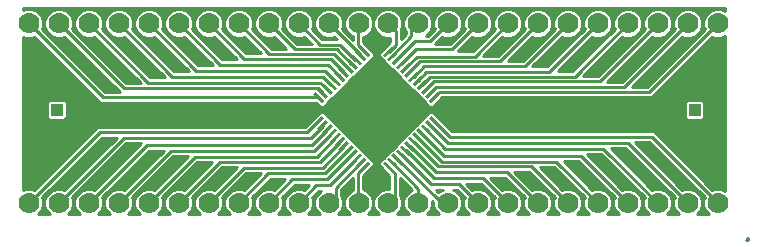
<source format=gtl>
G75*
%MOIN*%
%OFA0B0*%
%FSLAX24Y24*%
%IPPOS*%
%LPD*%
%AMOC8*
5,1,8,0,0,1.08239X$1,22.5*
%
%ADD10R,0.0110X0.0410*%
%ADD11C,0.0700*%
%ADD12C,0.0100*%
%ADD13R,0.0396X0.0396*%
D10*
G36*
X010840Y003652D02*
X010763Y003729D01*
X011052Y004018D01*
X011129Y003941D01*
X010840Y003652D01*
G37*
G36*
X010981Y003510D02*
X010904Y003587D01*
X011193Y003876D01*
X011270Y003799D01*
X010981Y003510D01*
G37*
G36*
X011115Y003376D02*
X011038Y003453D01*
X011327Y003742D01*
X011404Y003665D01*
X011115Y003376D01*
G37*
G36*
X011257Y003235D02*
X011180Y003312D01*
X011469Y003601D01*
X011546Y003524D01*
X011257Y003235D01*
G37*
G36*
X011398Y003093D02*
X011321Y003170D01*
X011610Y003459D01*
X011687Y003382D01*
X011398Y003093D01*
G37*
G36*
X011540Y002952D02*
X011463Y003029D01*
X011752Y003318D01*
X011829Y003241D01*
X011540Y002952D01*
G37*
G36*
X011674Y002817D02*
X011597Y002894D01*
X011886Y003183D01*
X011963Y003106D01*
X011674Y002817D01*
G37*
G36*
X011815Y002676D02*
X011738Y002753D01*
X012027Y003042D01*
X012104Y002965D01*
X011815Y002676D01*
G37*
G36*
X011957Y002534D02*
X011880Y002611D01*
X012169Y002900D01*
X012246Y002823D01*
X011957Y002534D01*
G37*
G36*
X012091Y002400D02*
X012014Y002477D01*
X012303Y002766D01*
X012380Y002689D01*
X012091Y002400D01*
G37*
G36*
X012806Y002689D02*
X012883Y002766D01*
X013172Y002477D01*
X013095Y002400D01*
X012806Y002689D01*
G37*
G36*
X012940Y002823D02*
X013017Y002900D01*
X013306Y002611D01*
X013229Y002534D01*
X012940Y002823D01*
G37*
G36*
X013082Y002965D02*
X013159Y003042D01*
X013448Y002753D01*
X013371Y002676D01*
X013082Y002965D01*
G37*
G36*
X013223Y003106D02*
X013300Y003183D01*
X013589Y002894D01*
X013512Y002817D01*
X013223Y003106D01*
G37*
G36*
X013358Y003241D02*
X013435Y003318D01*
X013724Y003029D01*
X013647Y002952D01*
X013358Y003241D01*
G37*
G36*
X013499Y003382D02*
X013576Y003459D01*
X013865Y003170D01*
X013788Y003093D01*
X013499Y003382D01*
G37*
G36*
X013640Y003524D02*
X013717Y003601D01*
X014006Y003312D01*
X013929Y003235D01*
X013640Y003524D01*
G37*
G36*
X013782Y003665D02*
X013859Y003742D01*
X014148Y003453D01*
X014071Y003376D01*
X013782Y003665D01*
G37*
G36*
X013916Y003799D02*
X013993Y003876D01*
X014282Y003587D01*
X014205Y003510D01*
X013916Y003799D01*
G37*
G36*
X014058Y003941D02*
X014135Y004018D01*
X014424Y003729D01*
X014347Y003652D01*
X014058Y003941D01*
G37*
G36*
X014199Y004082D02*
X014276Y004159D01*
X014565Y003870D01*
X014488Y003793D01*
X014199Y004082D01*
G37*
G36*
X014333Y004216D02*
X014410Y004293D01*
X014699Y004004D01*
X014622Y003927D01*
X014333Y004216D01*
G37*
G36*
X014410Y004719D02*
X014333Y004796D01*
X014622Y005085D01*
X014699Y005008D01*
X014410Y004719D01*
G37*
G36*
X014276Y004854D02*
X014199Y004931D01*
X014488Y005220D01*
X014565Y005143D01*
X014276Y004854D01*
G37*
G36*
X014135Y004995D02*
X014058Y005072D01*
X014347Y005361D01*
X014424Y005284D01*
X014135Y004995D01*
G37*
G36*
X013993Y005137D02*
X013916Y005214D01*
X014205Y005503D01*
X014282Y005426D01*
X013993Y005137D01*
G37*
G36*
X013859Y005271D02*
X013782Y005348D01*
X014071Y005637D01*
X014148Y005560D01*
X013859Y005271D01*
G37*
G36*
X013717Y005412D02*
X013640Y005489D01*
X013929Y005778D01*
X014006Y005701D01*
X013717Y005412D01*
G37*
G36*
X013576Y005554D02*
X013499Y005631D01*
X013788Y005920D01*
X013865Y005843D01*
X013576Y005554D01*
G37*
G36*
X013435Y005695D02*
X013358Y005772D01*
X013647Y006061D01*
X013724Y005984D01*
X013435Y005695D01*
G37*
G36*
X013300Y005830D02*
X013223Y005907D01*
X013512Y006196D01*
X013589Y006119D01*
X013300Y005830D01*
G37*
G36*
X013159Y005971D02*
X013082Y006048D01*
X013371Y006337D01*
X013448Y006260D01*
X013159Y005971D01*
G37*
G36*
X013017Y006112D02*
X012940Y006189D01*
X013229Y006478D01*
X013306Y006401D01*
X013017Y006112D01*
G37*
G36*
X011880Y006401D02*
X011957Y006478D01*
X012246Y006189D01*
X012169Y006112D01*
X011880Y006401D01*
G37*
G36*
X012014Y006536D02*
X012091Y006613D01*
X012380Y006324D01*
X012303Y006247D01*
X012014Y006536D01*
G37*
G36*
X011738Y006260D02*
X011815Y006337D01*
X012104Y006048D01*
X012027Y005971D01*
X011738Y006260D01*
G37*
G36*
X011597Y006119D02*
X011674Y006196D01*
X011963Y005907D01*
X011886Y005830D01*
X011597Y006119D01*
G37*
G36*
X011463Y005984D02*
X011540Y006061D01*
X011829Y005772D01*
X011752Y005695D01*
X011463Y005984D01*
G37*
G36*
X011321Y005843D02*
X011398Y005920D01*
X011687Y005631D01*
X011610Y005554D01*
X011321Y005843D01*
G37*
G36*
X011180Y005701D02*
X011257Y005778D01*
X011546Y005489D01*
X011469Y005412D01*
X011180Y005701D01*
G37*
G36*
X011038Y005560D02*
X011115Y005637D01*
X011404Y005348D01*
X011327Y005271D01*
X011038Y005560D01*
G37*
G36*
X010904Y005426D02*
X010981Y005503D01*
X011270Y005214D01*
X011193Y005137D01*
X010904Y005426D01*
G37*
G36*
X010763Y005284D02*
X010840Y005361D01*
X011129Y005072D01*
X011052Y004995D01*
X010763Y005284D01*
G37*
G36*
X010621Y005143D02*
X010698Y005220D01*
X010987Y004931D01*
X010910Y004854D01*
X010621Y005143D01*
G37*
G36*
X010487Y005008D02*
X010564Y005085D01*
X010853Y004796D01*
X010776Y004719D01*
X010487Y005008D01*
G37*
G36*
X010564Y003927D02*
X010487Y004004D01*
X010776Y004293D01*
X010853Y004216D01*
X010564Y003927D01*
G37*
G36*
X010698Y003793D02*
X010621Y003870D01*
X010910Y004159D01*
X010987Y004082D01*
X010698Y003793D01*
G37*
G36*
X012883Y006247D02*
X012806Y006324D01*
X013095Y006613D01*
X013172Y006536D01*
X012883Y006247D01*
G37*
D11*
X012967Y007365D03*
X011999Y007365D03*
X010999Y007365D03*
X009999Y007365D03*
X008999Y007365D03*
X007999Y007365D03*
X006999Y007365D03*
X005999Y007365D03*
X004999Y007365D03*
X003999Y007365D03*
X002999Y007365D03*
X001999Y007365D03*
X000999Y007365D03*
X013967Y007365D03*
X014967Y007365D03*
X015967Y007365D03*
X016967Y007365D03*
X017967Y007365D03*
X018967Y007365D03*
X019967Y007365D03*
X020967Y007365D03*
X021967Y007365D03*
X022967Y007365D03*
X023967Y007365D03*
X023967Y001380D03*
X022967Y001380D03*
X021967Y001380D03*
X020967Y001380D03*
X019967Y001380D03*
X018967Y001380D03*
X017967Y001380D03*
X016967Y001380D03*
X015967Y001380D03*
X014967Y001380D03*
X013967Y001380D03*
X012967Y001380D03*
X011999Y001380D03*
X010999Y001380D03*
X009999Y001380D03*
X008999Y001380D03*
X007999Y001380D03*
X006999Y001380D03*
X005999Y001380D03*
X004999Y001380D03*
X003999Y001380D03*
X002999Y001380D03*
X001999Y001380D03*
X000999Y001380D03*
D12*
X001301Y001004D02*
X001406Y001109D01*
X001479Y001285D01*
X001479Y001476D01*
X001441Y001568D01*
X003435Y003563D01*
X003926Y003563D01*
X002186Y001822D01*
X002094Y001860D01*
X001903Y001860D01*
X001727Y001787D01*
X001592Y001652D01*
X001519Y001476D01*
X001519Y001285D01*
X001592Y001109D01*
X001697Y001004D01*
X001301Y001004D01*
X001343Y001046D02*
X001654Y001046D01*
X001577Y001145D02*
X001420Y001145D01*
X001461Y001243D02*
X001536Y001243D01*
X001519Y001342D02*
X001479Y001342D01*
X001479Y001440D02*
X001519Y001440D01*
X001545Y001539D02*
X001453Y001539D01*
X001510Y001637D02*
X001585Y001637D01*
X001608Y001736D02*
X001675Y001736D01*
X001707Y001834D02*
X001840Y001834D01*
X002157Y001834D02*
X002198Y001834D01*
X002296Y001933D02*
X001805Y001933D01*
X001904Y002031D02*
X002395Y002031D01*
X002493Y002130D02*
X002002Y002130D01*
X002101Y002228D02*
X002592Y002228D01*
X002690Y002327D02*
X002199Y002327D01*
X002298Y002425D02*
X002789Y002425D01*
X002887Y002524D02*
X002396Y002524D01*
X002495Y002622D02*
X002986Y002622D01*
X003084Y002721D02*
X002593Y002721D01*
X002692Y002819D02*
X003183Y002819D01*
X003281Y002918D02*
X002790Y002918D01*
X002889Y003016D02*
X003380Y003016D01*
X003478Y003115D02*
X002987Y003115D01*
X003086Y003213D02*
X003577Y003213D01*
X003675Y003312D02*
X003184Y003312D01*
X003283Y003410D02*
X003774Y003410D01*
X003872Y003509D02*
X003381Y003509D01*
X002971Y003607D02*
X000807Y003607D01*
X000807Y003706D02*
X003069Y003706D01*
X003168Y003804D02*
X000807Y003804D01*
X000807Y003903D02*
X003266Y003903D01*
X003286Y003923D02*
X001186Y001822D01*
X001094Y001860D01*
X000903Y001860D01*
X000807Y001821D01*
X000807Y006925D01*
X000903Y006885D01*
X001094Y006885D01*
X001186Y006923D01*
X003386Y004722D01*
X010588Y004722D01*
X010722Y004589D01*
X010830Y004589D01*
X010984Y004743D01*
X011105Y004864D01*
X011105Y004864D01*
X011259Y005018D01*
X011401Y005160D01*
X011535Y005294D01*
X011535Y005294D01*
X011677Y005435D01*
X011805Y005564D01*
X011805Y005564D01*
X011959Y005718D01*
X012094Y005853D01*
X012235Y005994D01*
X012357Y006116D01*
X012511Y006270D01*
X012511Y006378D01*
X012151Y006737D01*
X012151Y006908D01*
X012270Y006958D01*
X012406Y007093D01*
X012479Y007269D01*
X012479Y007460D01*
X012406Y007637D01*
X012270Y007772D01*
X012094Y007845D01*
X011903Y007845D01*
X011727Y007772D01*
X011592Y007637D01*
X011519Y007460D01*
X011519Y007269D01*
X011592Y007093D01*
X011727Y006958D01*
X011791Y006931D01*
X011791Y006827D01*
X011441Y007177D01*
X011479Y007269D01*
X011479Y007460D01*
X011406Y007637D01*
X011270Y007772D01*
X011094Y007845D01*
X010903Y007845D01*
X010727Y007772D01*
X010592Y007637D01*
X010519Y007460D01*
X010519Y007269D01*
X010592Y007093D01*
X010727Y006958D01*
X010903Y006885D01*
X011094Y006885D01*
X011186Y006923D01*
X011273Y006836D01*
X010782Y006836D01*
X010441Y007177D01*
X010479Y007269D01*
X010479Y007460D01*
X010406Y007637D01*
X010270Y007772D01*
X010094Y007845D01*
X009903Y007845D01*
X009727Y007772D01*
X009592Y007637D01*
X009519Y007460D01*
X009519Y007269D01*
X009592Y007093D01*
X009727Y006958D01*
X009903Y006885D01*
X010094Y006885D01*
X010186Y006923D01*
X010430Y006679D01*
X009939Y006679D01*
X009441Y007177D01*
X009479Y007269D01*
X009479Y007460D01*
X009406Y007637D01*
X009270Y007772D01*
X009094Y007845D01*
X008903Y007845D01*
X008727Y007772D01*
X008592Y007637D01*
X008519Y007460D01*
X008519Y007269D01*
X008592Y007093D01*
X008727Y006958D01*
X008903Y006885D01*
X009094Y006885D01*
X009186Y006923D01*
X009588Y006521D01*
X009097Y006521D01*
X008441Y007177D01*
X008479Y007269D01*
X008479Y007460D01*
X008406Y007637D01*
X008270Y007772D01*
X008094Y007845D01*
X007903Y007845D01*
X007727Y007772D01*
X007592Y007637D01*
X007519Y007460D01*
X007519Y007269D01*
X007592Y007093D01*
X007727Y006958D01*
X007903Y006885D01*
X008094Y006885D01*
X008186Y006923D01*
X008745Y006364D01*
X008254Y006364D01*
X007441Y007177D01*
X007479Y007269D01*
X007479Y007460D01*
X007406Y007637D01*
X007270Y007772D01*
X007094Y007845D01*
X006903Y007845D01*
X006727Y007772D01*
X006592Y007637D01*
X006519Y007460D01*
X006519Y007269D01*
X006592Y007093D01*
X006727Y006958D01*
X006903Y006885D01*
X007094Y006885D01*
X007186Y006923D01*
X007942Y006167D01*
X007451Y006167D01*
X006441Y007177D01*
X006479Y007269D01*
X006479Y007460D01*
X006406Y007637D01*
X006270Y007772D01*
X006094Y007845D01*
X005903Y007845D01*
X005727Y007772D01*
X005592Y007637D01*
X005519Y007460D01*
X005519Y007269D01*
X005592Y007093D01*
X005727Y006958D01*
X005903Y006885D01*
X006094Y006885D01*
X006186Y006923D01*
X007139Y005970D01*
X006648Y005970D01*
X005441Y007177D01*
X005479Y007269D01*
X005479Y007460D01*
X005406Y007637D01*
X005270Y007772D01*
X005094Y007845D01*
X004903Y007845D01*
X004727Y007772D01*
X004592Y007637D01*
X004519Y007460D01*
X004519Y007269D01*
X004592Y007093D01*
X004727Y006958D01*
X004903Y006885D01*
X005094Y006885D01*
X005186Y006923D01*
X006336Y005773D01*
X005845Y005773D01*
X004441Y007177D01*
X004479Y007269D01*
X004479Y007460D01*
X004406Y007637D01*
X004270Y007772D01*
X004094Y007845D01*
X003903Y007845D01*
X003727Y007772D01*
X003592Y007637D01*
X003519Y007460D01*
X003519Y007269D01*
X003592Y007093D01*
X003727Y006958D01*
X003903Y006885D01*
X004094Y006885D01*
X004186Y006923D01*
X005533Y005576D01*
X005042Y005576D01*
X003441Y007177D01*
X003479Y007269D01*
X003479Y007460D01*
X003406Y007637D01*
X003270Y007772D01*
X003094Y007845D01*
X002903Y007845D01*
X002727Y007772D01*
X002592Y007637D01*
X002519Y007460D01*
X002519Y007269D01*
X002592Y007093D01*
X002727Y006958D01*
X002903Y006885D01*
X003094Y006885D01*
X003186Y006923D01*
X004729Y005379D01*
X004238Y005379D01*
X002441Y007177D01*
X002479Y007269D01*
X002479Y007460D01*
X002406Y007637D01*
X002270Y007772D01*
X002094Y007845D01*
X001903Y007845D01*
X001727Y007772D01*
X001592Y007637D01*
X001519Y007460D01*
X001519Y007269D01*
X001592Y007093D01*
X001727Y006958D01*
X001903Y006885D01*
X002094Y006885D01*
X002186Y006923D01*
X004026Y005082D01*
X003535Y005082D01*
X001441Y007177D01*
X001479Y007269D01*
X001479Y007460D01*
X001406Y007637D01*
X001270Y007772D01*
X001094Y007845D01*
X000903Y007845D01*
X000807Y007805D01*
X000807Y007895D01*
X024218Y007895D01*
X024218Y007780D01*
X024063Y007845D01*
X023872Y007845D01*
X023695Y007772D01*
X023560Y007637D01*
X023487Y007460D01*
X023487Y007269D01*
X023525Y007177D01*
X021609Y005261D01*
X021118Y005261D01*
X022780Y006923D01*
X022872Y006885D01*
X023063Y006885D01*
X023239Y006958D01*
X023374Y007093D01*
X023447Y007269D01*
X023447Y007460D01*
X023374Y007637D01*
X023239Y007772D01*
X023063Y007845D01*
X022872Y007845D01*
X022695Y007772D01*
X022560Y007637D01*
X022487Y007460D01*
X022487Y007269D01*
X022525Y007177D01*
X020767Y005419D01*
X020276Y005419D01*
X021780Y006923D01*
X021872Y006885D01*
X022063Y006885D01*
X022239Y006958D01*
X022374Y007093D01*
X022447Y007269D01*
X022447Y007460D01*
X022374Y007637D01*
X022239Y007772D01*
X022063Y007845D01*
X021872Y007845D01*
X021695Y007772D01*
X021560Y007637D01*
X021487Y007460D01*
X021487Y007269D01*
X021525Y007177D01*
X019963Y005616D01*
X019473Y005616D01*
X020780Y006923D01*
X020872Y006885D01*
X021063Y006885D01*
X021239Y006958D01*
X021374Y007093D01*
X021447Y007269D01*
X021447Y007460D01*
X021374Y007637D01*
X021239Y007772D01*
X021063Y007845D01*
X020872Y007845D01*
X020695Y007772D01*
X020560Y007637D01*
X020487Y007460D01*
X020487Y007269D01*
X020525Y007177D01*
X019121Y005773D01*
X018630Y005773D01*
X019780Y006923D01*
X019872Y006885D01*
X020063Y006885D01*
X020239Y006958D01*
X020374Y007093D01*
X020447Y007269D01*
X020447Y007460D01*
X020374Y007637D01*
X020239Y007772D01*
X020063Y007845D01*
X019872Y007845D01*
X019695Y007772D01*
X019560Y007637D01*
X019487Y007460D01*
X019487Y007269D01*
X019525Y007177D01*
X018278Y005931D01*
X017787Y005931D01*
X018780Y006923D01*
X018872Y006885D01*
X019063Y006885D01*
X019239Y006958D01*
X019374Y007093D01*
X019447Y007269D01*
X019447Y007460D01*
X019374Y007637D01*
X019239Y007772D01*
X019063Y007845D01*
X018872Y007845D01*
X018695Y007772D01*
X018560Y007637D01*
X018487Y007460D01*
X018487Y007269D01*
X018525Y007177D01*
X017475Y006127D01*
X016984Y006127D01*
X017780Y006923D01*
X017872Y006885D01*
X018063Y006885D01*
X018239Y006958D01*
X018374Y007093D01*
X018447Y007269D01*
X018447Y007460D01*
X018374Y007637D01*
X018239Y007772D01*
X018063Y007845D01*
X017872Y007845D01*
X017695Y007772D01*
X017560Y007637D01*
X017487Y007460D01*
X017487Y007269D01*
X017525Y007177D01*
X016633Y006285D01*
X016142Y006285D01*
X016780Y006923D01*
X016872Y006885D01*
X017063Y006885D01*
X017239Y006958D01*
X017374Y007093D01*
X017447Y007269D01*
X017447Y007460D01*
X017374Y007637D01*
X017239Y007772D01*
X017063Y007845D01*
X016872Y007845D01*
X016695Y007772D01*
X016560Y007637D01*
X016487Y007460D01*
X016487Y007269D01*
X016525Y007177D01*
X015790Y006442D01*
X015299Y006442D01*
X015780Y006923D01*
X015872Y006885D01*
X016063Y006885D01*
X016239Y006958D01*
X016374Y007093D01*
X016447Y007269D01*
X016447Y007460D01*
X016374Y007637D01*
X016239Y007772D01*
X016063Y007845D01*
X015872Y007845D01*
X015695Y007772D01*
X015560Y007637D01*
X015487Y007460D01*
X015487Y007269D01*
X015525Y007177D01*
X015026Y006679D01*
X014536Y006679D01*
X014780Y006923D01*
X014872Y006885D01*
X015063Y006885D01*
X015239Y006958D01*
X015374Y007093D01*
X015447Y007269D01*
X015447Y007460D01*
X015374Y007637D01*
X015239Y007772D01*
X015063Y007845D01*
X014872Y007845D01*
X014695Y007772D01*
X014560Y007637D01*
X014487Y007460D01*
X014487Y007269D01*
X014525Y007177D01*
X014302Y006954D01*
X014230Y006954D01*
X014239Y006958D01*
X014374Y007093D01*
X014447Y007269D01*
X014447Y007460D01*
X014374Y007637D01*
X014239Y007772D01*
X014063Y007845D01*
X013872Y007845D01*
X013695Y007772D01*
X013560Y007637D01*
X013487Y007460D01*
X013487Y007269D01*
X013560Y007093D01*
X013563Y007090D01*
X013563Y007006D01*
X013411Y006854D01*
X013411Y007176D01*
X013409Y007177D01*
X013447Y007269D01*
X013447Y007460D01*
X013374Y007637D01*
X013239Y007772D01*
X013063Y007845D01*
X012872Y007845D01*
X012695Y007772D01*
X012560Y007637D01*
X012487Y007460D01*
X012487Y007269D01*
X012560Y007093D01*
X012695Y006958D01*
X012872Y006885D01*
X013051Y006885D01*
X013051Y006744D01*
X013041Y006744D01*
X012675Y006378D01*
X012675Y006270D01*
X012829Y006116D01*
X012829Y006116D01*
X012951Y005994D01*
X013092Y005853D01*
X013092Y005853D01*
X013246Y005699D01*
X013381Y005564D01*
X013522Y005423D01*
X013651Y005294D01*
X013805Y005140D01*
X013939Y005006D01*
X014081Y004864D01*
X014203Y004743D01*
X014203Y004743D01*
X014356Y004589D01*
X014464Y004589D01*
X014777Y004901D01*
X021758Y004901D01*
X023780Y006923D01*
X023872Y006885D01*
X024063Y006885D01*
X024218Y006949D01*
X024218Y001796D01*
X024063Y001860D01*
X023872Y001860D01*
X023780Y001822D01*
X021837Y003765D01*
X015116Y003765D01*
X014830Y004051D01*
X014830Y004058D01*
X014464Y004424D01*
X014356Y004424D01*
X014203Y004270D01*
X014081Y004149D01*
X014081Y004149D01*
X013927Y003995D01*
X013785Y003853D01*
X013651Y003719D01*
X013651Y003719D01*
X013510Y003577D01*
X013381Y003449D01*
X013227Y003295D01*
X013092Y003160D01*
X012951Y003019D01*
X012951Y003019D01*
X012829Y002897D01*
X012675Y002743D01*
X012675Y002635D01*
X012809Y002501D01*
X012809Y002493D01*
X013011Y002290D01*
X013011Y001860D01*
X012872Y001860D01*
X012695Y001787D01*
X012560Y001652D01*
X012487Y001476D01*
X012487Y001285D01*
X012560Y001109D01*
X012665Y001004D01*
X012301Y001004D01*
X012406Y001109D01*
X012479Y001285D01*
X012479Y001476D01*
X012406Y001652D01*
X012270Y001787D01*
X012151Y001837D01*
X012151Y002275D01*
X012511Y002635D01*
X012511Y002743D01*
X012357Y002897D01*
X012235Y003019D01*
X012081Y003173D01*
X011940Y003314D01*
X011805Y003449D01*
X011664Y003590D01*
X011535Y003719D01*
X011381Y003873D01*
X011247Y004007D01*
X011105Y004149D01*
X010984Y004270D01*
X010984Y004270D01*
X010830Y004424D01*
X010722Y004424D01*
X010588Y004290D01*
X010571Y004290D01*
X010204Y003923D01*
X003286Y003923D01*
X003361Y003743D02*
X000999Y001380D01*
X001999Y001380D02*
X004164Y003546D01*
X010396Y003546D01*
X010804Y003954D01*
X010804Y003976D01*
X010670Y004110D02*
X010646Y004110D01*
X010278Y003743D01*
X003361Y003743D01*
X002872Y003509D02*
X000807Y003509D01*
X000807Y003410D02*
X002774Y003410D01*
X002675Y003312D02*
X000807Y003312D01*
X000807Y003213D02*
X002577Y003213D01*
X002478Y003115D02*
X000807Y003115D01*
X000807Y003016D02*
X002380Y003016D01*
X002281Y002918D02*
X000807Y002918D01*
X000807Y002819D02*
X002183Y002819D01*
X002084Y002721D02*
X000807Y002721D01*
X000807Y002622D02*
X001986Y002622D01*
X001887Y002524D02*
X000807Y002524D01*
X000807Y002425D02*
X001789Y002425D01*
X001690Y002327D02*
X000807Y002327D01*
X000807Y002228D02*
X001592Y002228D01*
X001493Y002130D02*
X000807Y002130D01*
X000807Y002031D02*
X001395Y002031D01*
X001296Y001933D02*
X000807Y001933D01*
X000807Y001834D02*
X000840Y001834D01*
X001157Y001834D02*
X001198Y001834D01*
X002441Y001568D02*
X002479Y001476D01*
X002479Y001285D01*
X002406Y001109D01*
X002301Y001004D01*
X002697Y001004D01*
X002592Y001109D01*
X002519Y001285D01*
X002519Y001476D01*
X002592Y001652D01*
X002727Y001787D01*
X002903Y001860D01*
X003094Y001860D01*
X003186Y001822D01*
X004729Y003366D01*
X004238Y003366D01*
X002441Y001568D01*
X002453Y001539D02*
X002545Y001539D01*
X002519Y001440D02*
X002479Y001440D01*
X002479Y001342D02*
X002519Y001342D01*
X002536Y001243D02*
X002461Y001243D01*
X002420Y001145D02*
X002577Y001145D01*
X002654Y001046D02*
X002343Y001046D01*
X002999Y001380D02*
X004928Y003310D01*
X010436Y003310D01*
X010946Y003820D01*
X010946Y003835D01*
X011087Y003693D02*
X011087Y003685D01*
X010514Y003113D01*
X005731Y003113D01*
X003999Y001380D01*
X003519Y001342D02*
X003479Y001342D01*
X003479Y001285D02*
X003479Y001476D01*
X003441Y001568D01*
X005002Y003130D01*
X005493Y003130D01*
X004186Y001822D01*
X004094Y001860D01*
X003903Y001860D01*
X003727Y001787D01*
X003592Y001652D01*
X003519Y001476D01*
X003519Y001285D01*
X003592Y001109D01*
X003697Y001004D01*
X003301Y001004D01*
X003406Y001109D01*
X003479Y001285D01*
X003461Y001243D02*
X003536Y001243D01*
X003577Y001145D02*
X003420Y001145D01*
X003343Y001046D02*
X003654Y001046D01*
X004301Y001004D02*
X004406Y001109D01*
X004479Y001285D01*
X004479Y001476D01*
X004441Y001568D01*
X005805Y002933D01*
X006296Y002933D01*
X005186Y001822D01*
X005094Y001860D01*
X004903Y001860D01*
X004727Y001787D01*
X004592Y001652D01*
X004519Y001476D01*
X004519Y001285D01*
X004592Y001109D01*
X004697Y001004D01*
X004301Y001004D01*
X004343Y001046D02*
X004654Y001046D01*
X004577Y001145D02*
X004420Y001145D01*
X004461Y001243D02*
X004536Y001243D01*
X004519Y001342D02*
X004479Y001342D01*
X004479Y001440D02*
X004519Y001440D01*
X004545Y001539D02*
X004453Y001539D01*
X004510Y001637D02*
X004585Y001637D01*
X004608Y001736D02*
X004675Y001736D01*
X004707Y001834D02*
X004840Y001834D01*
X005157Y001834D02*
X005198Y001834D01*
X005296Y001933D02*
X004805Y001933D01*
X004904Y002031D02*
X005395Y002031D01*
X005493Y002130D02*
X005002Y002130D01*
X005101Y002228D02*
X005592Y002228D01*
X005690Y002327D02*
X005199Y002327D01*
X005298Y002425D02*
X005789Y002425D01*
X005887Y002524D02*
X005396Y002524D01*
X005495Y002622D02*
X005986Y002622D01*
X006084Y002721D02*
X005593Y002721D01*
X005692Y002819D02*
X006183Y002819D01*
X006281Y002918D02*
X005790Y002918D01*
X005478Y003115D02*
X004987Y003115D01*
X004889Y003016D02*
X005380Y003016D01*
X005281Y002918D02*
X004790Y002918D01*
X004692Y002819D02*
X005183Y002819D01*
X005084Y002721D02*
X004593Y002721D01*
X004495Y002622D02*
X004986Y002622D01*
X004887Y002524D02*
X004396Y002524D01*
X004298Y002425D02*
X004789Y002425D01*
X004690Y002327D02*
X004199Y002327D01*
X004101Y002228D02*
X004592Y002228D01*
X004493Y002130D02*
X004002Y002130D01*
X003904Y002031D02*
X004395Y002031D01*
X004296Y001933D02*
X003805Y001933D01*
X003840Y001834D02*
X003707Y001834D01*
X003675Y001736D02*
X003608Y001736D01*
X003585Y001637D02*
X003510Y001637D01*
X003545Y001539D02*
X003453Y001539D01*
X003479Y001440D02*
X003519Y001440D01*
X003198Y001834D02*
X003157Y001834D01*
X002840Y001834D02*
X002707Y001834D01*
X002675Y001736D02*
X002608Y001736D01*
X002585Y001637D02*
X002510Y001637D01*
X002805Y001933D02*
X003296Y001933D01*
X003395Y002031D02*
X002904Y002031D01*
X003002Y002130D02*
X003493Y002130D01*
X003592Y002228D02*
X003101Y002228D01*
X003199Y002327D02*
X003690Y002327D01*
X003789Y002425D02*
X003298Y002425D01*
X003396Y002524D02*
X003887Y002524D01*
X003986Y002622D02*
X003495Y002622D01*
X003593Y002721D02*
X004084Y002721D01*
X004183Y002819D02*
X003692Y002819D01*
X003790Y002918D02*
X004281Y002918D01*
X004380Y003016D02*
X003889Y003016D01*
X003987Y003115D02*
X004478Y003115D01*
X004577Y003213D02*
X004086Y003213D01*
X004184Y003312D02*
X004675Y003312D01*
X006534Y002916D02*
X004999Y001380D01*
X005441Y001568D02*
X006609Y002736D01*
X007099Y002736D01*
X006186Y001822D01*
X006094Y001860D01*
X005903Y001860D01*
X005727Y001787D01*
X005592Y001652D01*
X005519Y001476D01*
X005519Y001285D01*
X005592Y001109D01*
X005697Y001004D01*
X005301Y001004D01*
X005406Y001109D01*
X005479Y001285D01*
X005479Y001476D01*
X005441Y001568D01*
X005453Y001539D02*
X005545Y001539D01*
X005519Y001440D02*
X005479Y001440D01*
X005479Y001342D02*
X005519Y001342D01*
X005536Y001243D02*
X005461Y001243D01*
X005420Y001145D02*
X005577Y001145D01*
X005654Y001046D02*
X005343Y001046D01*
X005999Y001380D02*
X007377Y002758D01*
X010711Y002758D01*
X011363Y003410D01*
X011363Y003418D01*
X011504Y003276D02*
X011504Y003276D01*
X010790Y002562D01*
X008180Y002562D01*
X006999Y001380D01*
X006536Y001243D02*
X006461Y001243D01*
X006479Y001285D02*
X006479Y001476D01*
X006441Y001568D01*
X007451Y002578D01*
X007942Y002578D01*
X007186Y001822D01*
X007094Y001860D01*
X006903Y001860D01*
X006727Y001787D01*
X006592Y001652D01*
X006519Y001476D01*
X006519Y001285D01*
X006592Y001109D01*
X006697Y001004D01*
X006301Y001004D01*
X006406Y001109D01*
X006479Y001285D01*
X006479Y001342D02*
X006519Y001342D01*
X006519Y001440D02*
X006479Y001440D01*
X006453Y001539D02*
X006545Y001539D01*
X006510Y001637D02*
X006585Y001637D01*
X006608Y001736D02*
X006675Y001736D01*
X006707Y001834D02*
X006840Y001834D01*
X007157Y001834D02*
X007198Y001834D01*
X007296Y001933D02*
X006805Y001933D01*
X006904Y002031D02*
X007395Y002031D01*
X007493Y002130D02*
X007002Y002130D01*
X007101Y002228D02*
X007592Y002228D01*
X007690Y002327D02*
X007199Y002327D01*
X007298Y002425D02*
X007789Y002425D01*
X007887Y002524D02*
X007396Y002524D01*
X007084Y002721D02*
X006593Y002721D01*
X006495Y002622D02*
X006986Y002622D01*
X006887Y002524D02*
X006396Y002524D01*
X006298Y002425D02*
X006789Y002425D01*
X006690Y002327D02*
X006199Y002327D01*
X006101Y002228D02*
X006592Y002228D01*
X006493Y002130D02*
X006002Y002130D01*
X005904Y002031D02*
X006395Y002031D01*
X006296Y001933D02*
X005805Y001933D01*
X005840Y001834D02*
X005707Y001834D01*
X005675Y001736D02*
X005608Y001736D01*
X005585Y001637D02*
X005510Y001637D01*
X006157Y001834D02*
X006198Y001834D01*
X007441Y001568D02*
X007479Y001476D01*
X007479Y001285D01*
X007406Y001109D01*
X007301Y001004D01*
X007697Y001004D01*
X007592Y001109D01*
X007519Y001285D01*
X007519Y001476D01*
X007592Y001652D01*
X007727Y001787D01*
X007903Y001860D01*
X008094Y001860D01*
X008186Y001822D01*
X008745Y002382D01*
X008254Y002382D01*
X007441Y001568D01*
X007453Y001539D02*
X007545Y001539D01*
X007519Y001440D02*
X007479Y001440D01*
X007479Y001342D02*
X007519Y001342D01*
X007536Y001243D02*
X007461Y001243D01*
X007420Y001145D02*
X007577Y001145D01*
X007654Y001046D02*
X007343Y001046D01*
X006654Y001046D02*
X006343Y001046D01*
X006420Y001145D02*
X006577Y001145D01*
X007510Y001637D02*
X007585Y001637D01*
X007608Y001736D02*
X007675Y001736D01*
X007707Y001834D02*
X007840Y001834D01*
X008157Y001834D02*
X008198Y001834D01*
X008296Y001933D02*
X007805Y001933D01*
X007904Y002031D02*
X008395Y002031D01*
X008493Y002130D02*
X008002Y002130D01*
X008101Y002228D02*
X008592Y002228D01*
X008690Y002327D02*
X008199Y002327D01*
X008904Y002031D02*
X009395Y002031D01*
X009493Y002130D02*
X009002Y002130D01*
X009057Y002185D02*
X009548Y002185D01*
X009186Y001822D01*
X009094Y001860D01*
X008903Y001860D01*
X008727Y001787D01*
X008592Y001652D01*
X008519Y001476D01*
X008519Y001285D01*
X008592Y001109D01*
X008697Y001004D01*
X008301Y001004D01*
X008406Y001109D01*
X008479Y001285D01*
X008479Y001476D01*
X008441Y001568D01*
X009057Y002185D01*
X008983Y002365D02*
X007999Y001380D01*
X008453Y001539D02*
X008545Y001539D01*
X008519Y001440D02*
X008479Y001440D01*
X008479Y001342D02*
X008519Y001342D01*
X008536Y001243D02*
X008461Y001243D01*
X008420Y001145D02*
X008577Y001145D01*
X008654Y001046D02*
X008343Y001046D01*
X008999Y001380D02*
X009786Y002168D01*
X010947Y002168D01*
X011780Y003000D01*
X011780Y003000D01*
X011646Y003135D02*
X011639Y003135D01*
X010869Y002365D01*
X008983Y002365D01*
X008805Y001933D02*
X009296Y001933D01*
X009198Y001834D02*
X009157Y001834D01*
X008840Y001834D02*
X008707Y001834D01*
X008675Y001736D02*
X008608Y001736D01*
X008585Y001637D02*
X008510Y001637D01*
X009441Y001568D02*
X009479Y001476D01*
X009479Y001285D01*
X009406Y001109D01*
X009301Y001004D01*
X009697Y001004D01*
X009592Y001109D01*
X009519Y001285D01*
X009519Y001476D01*
X009592Y001652D01*
X009727Y001787D01*
X009903Y001860D01*
X010094Y001860D01*
X010186Y001822D01*
X010351Y001988D01*
X009861Y001988D01*
X009441Y001568D01*
X009453Y001539D02*
X009545Y001539D01*
X009519Y001440D02*
X009479Y001440D01*
X009479Y001342D02*
X009519Y001342D01*
X009536Y001243D02*
X009461Y001243D01*
X009420Y001145D02*
X009577Y001145D01*
X009654Y001046D02*
X009343Y001046D01*
X009999Y001380D02*
X010589Y001971D01*
X011026Y001971D01*
X011914Y002859D01*
X011921Y002859D01*
X012048Y002717D02*
X011223Y001892D01*
X011223Y001605D01*
X010999Y001380D01*
X011453Y001539D02*
X011545Y001539D01*
X011519Y001476D02*
X011519Y001285D01*
X011592Y001109D01*
X011697Y001004D01*
X011301Y001004D01*
X011406Y001109D01*
X011479Y001285D01*
X011479Y001476D01*
X011406Y001652D01*
X011403Y001655D01*
X011403Y001818D01*
X011791Y002206D01*
X011791Y001814D01*
X011727Y001787D01*
X011592Y001652D01*
X011519Y001476D01*
X011519Y001440D02*
X011479Y001440D01*
X011479Y001342D02*
X011519Y001342D01*
X011536Y001243D02*
X011461Y001243D01*
X011420Y001145D02*
X011577Y001145D01*
X011654Y001046D02*
X011343Y001046D01*
X010697Y001004D02*
X010301Y001004D01*
X010406Y001109D01*
X010479Y001285D01*
X010479Y001476D01*
X010441Y001568D01*
X010664Y001791D01*
X010735Y001791D01*
X010727Y001787D01*
X010592Y001652D01*
X010519Y001476D01*
X010519Y001285D01*
X010592Y001109D01*
X010697Y001004D01*
X010654Y001046D02*
X010343Y001046D01*
X010420Y001145D02*
X010577Y001145D01*
X010536Y001243D02*
X010461Y001243D01*
X010479Y001342D02*
X010519Y001342D01*
X010519Y001440D02*
X010479Y001440D01*
X010453Y001539D02*
X010545Y001539D01*
X010510Y001637D02*
X010585Y001637D01*
X010608Y001736D02*
X010675Y001736D01*
X010198Y001834D02*
X010157Y001834D01*
X009840Y001834D02*
X009707Y001834D01*
X009675Y001736D02*
X009608Y001736D01*
X009585Y001637D02*
X009510Y001637D01*
X009805Y001933D02*
X010296Y001933D01*
X011403Y001736D02*
X011675Y001736D01*
X011585Y001637D02*
X011412Y001637D01*
X011419Y001834D02*
X011791Y001834D01*
X011791Y001933D02*
X011518Y001933D01*
X011616Y002031D02*
X011791Y002031D01*
X011791Y002130D02*
X011715Y002130D01*
X011971Y002365D02*
X011971Y001408D01*
X011999Y001380D01*
X012453Y001539D02*
X012513Y001539D01*
X012487Y001440D02*
X012479Y001440D01*
X012479Y001342D02*
X012487Y001342D01*
X012504Y001243D02*
X012461Y001243D01*
X012420Y001145D02*
X012545Y001145D01*
X012623Y001046D02*
X012343Y001046D01*
X013269Y001004D02*
X013374Y001109D01*
X013447Y001285D01*
X013447Y001476D01*
X013374Y001652D01*
X013371Y001655D01*
X013371Y002206D01*
X013762Y001815D01*
X013695Y001787D01*
X013560Y001652D01*
X013487Y001476D01*
X013487Y001285D01*
X013560Y001109D01*
X013665Y001004D01*
X013269Y001004D01*
X013312Y001046D02*
X013623Y001046D01*
X013545Y001145D02*
X013389Y001145D01*
X013430Y001243D02*
X013504Y001243D01*
X013487Y001342D02*
X013447Y001342D01*
X013447Y001440D02*
X013487Y001440D01*
X013513Y001539D02*
X013421Y001539D01*
X013380Y001637D02*
X013554Y001637D01*
X013643Y001736D02*
X013371Y001736D01*
X013371Y001834D02*
X013743Y001834D01*
X013979Y001853D02*
X013979Y001392D01*
X013967Y001380D01*
X014447Y001342D02*
X014487Y001342D01*
X014487Y001285D02*
X014487Y001405D01*
X014468Y001424D01*
X014447Y001445D01*
X014447Y001285D01*
X014374Y001109D01*
X014269Y001004D01*
X014665Y001004D01*
X014560Y001109D01*
X014487Y001285D01*
X014504Y001243D02*
X014430Y001243D01*
X014389Y001145D02*
X014545Y001145D01*
X014623Y001046D02*
X014312Y001046D01*
X014849Y001499D02*
X014967Y001380D01*
X014849Y001499D02*
X014648Y001499D01*
X013288Y002859D01*
X013265Y002859D01*
X012850Y002918D02*
X012336Y002918D01*
X012357Y002897D02*
X012357Y002897D01*
X012435Y002819D02*
X012751Y002819D01*
X012829Y002897D02*
X012829Y002897D01*
X012948Y003016D02*
X012238Y003016D01*
X012235Y003019D02*
X012235Y003019D01*
X012139Y003115D02*
X013047Y003115D01*
X013145Y003213D02*
X012041Y003213D01*
X011942Y003312D02*
X013244Y003312D01*
X013342Y003410D02*
X011844Y003410D01*
X011805Y003449D02*
X011805Y003449D01*
X011745Y003509D02*
X013441Y003509D01*
X013381Y003449D02*
X013381Y003449D01*
X013539Y003607D02*
X011647Y003607D01*
X011548Y003706D02*
X013638Y003706D01*
X013736Y003804D02*
X011450Y003804D01*
X011535Y003719D02*
X011535Y003719D01*
X011351Y003903D02*
X013835Y003903D01*
X013933Y004001D02*
X011253Y004001D01*
X011154Y004100D02*
X014032Y004100D01*
X014130Y004198D02*
X011056Y004198D01*
X011105Y004149D02*
X011105Y004149D01*
X010957Y004297D02*
X014229Y004297D01*
X014203Y004270D02*
X014203Y004270D01*
X014327Y004395D02*
X010859Y004395D01*
X010693Y004395D02*
X002260Y004395D01*
X002260Y004494D02*
X022863Y004494D01*
X022863Y004592D02*
X014468Y004592D01*
X014353Y004592D02*
X010833Y004592D01*
X010718Y004592D02*
X002260Y004592D01*
X002260Y004691D02*
X010620Y004691D01*
X010932Y004691D02*
X014254Y004691D01*
X014156Y004789D02*
X011030Y004789D01*
X010984Y004743D02*
X010984Y004743D01*
X011129Y004888D02*
X014057Y004888D01*
X014081Y004864D02*
X014081Y004864D01*
X013959Y004986D02*
X011227Y004986D01*
X011326Y005085D02*
X013860Y005085D01*
X014241Y005178D02*
X014241Y005186D01*
X014491Y005436D01*
X020038Y005436D01*
X021967Y007365D01*
X021523Y007547D02*
X021411Y007547D01*
X021447Y007449D02*
X021487Y007449D01*
X021487Y007350D02*
X021447Y007350D01*
X021440Y007252D02*
X021494Y007252D01*
X021501Y007153D02*
X021399Y007153D01*
X021403Y007055D02*
X021336Y007055D01*
X021304Y006956D02*
X021235Y006956D01*
X021206Y006858D02*
X020715Y006858D01*
X020616Y006759D02*
X021107Y006759D01*
X021009Y006661D02*
X020518Y006661D01*
X020419Y006562D02*
X020910Y006562D01*
X020812Y006464D02*
X020321Y006464D01*
X020222Y006365D02*
X020713Y006365D01*
X020615Y006267D02*
X020124Y006267D01*
X020025Y006168D02*
X020516Y006168D01*
X020418Y006070D02*
X019927Y006070D01*
X019828Y005971D02*
X020319Y005971D01*
X020221Y005873D02*
X019730Y005873D01*
X019631Y005774D02*
X020122Y005774D01*
X020024Y005676D02*
X019533Y005676D01*
X019195Y005593D02*
X020967Y007365D01*
X020523Y007547D02*
X020411Y007547D01*
X020447Y007449D02*
X020487Y007449D01*
X020487Y007350D02*
X020447Y007350D01*
X020440Y007252D02*
X020494Y007252D01*
X020501Y007153D02*
X020399Y007153D01*
X020403Y007055D02*
X020336Y007055D01*
X020304Y006956D02*
X020235Y006956D01*
X020206Y006858D02*
X019715Y006858D01*
X019616Y006759D02*
X020107Y006759D01*
X020009Y006661D02*
X019518Y006661D01*
X019419Y006562D02*
X019910Y006562D01*
X019812Y006464D02*
X019321Y006464D01*
X019222Y006365D02*
X019713Y006365D01*
X019615Y006267D02*
X019124Y006267D01*
X019025Y006168D02*
X019516Y006168D01*
X019418Y006070D02*
X018927Y006070D01*
X018828Y005971D02*
X019319Y005971D01*
X019221Y005873D02*
X018730Y005873D01*
X018631Y005774D02*
X019122Y005774D01*
X019195Y005593D02*
X014373Y005593D01*
X014099Y005320D01*
X014099Y005320D01*
X013965Y005454D02*
X013965Y005461D01*
X014254Y005751D01*
X018353Y005751D01*
X019967Y007365D01*
X019523Y007547D02*
X019411Y007547D01*
X019447Y007449D02*
X019487Y007449D01*
X019487Y007350D02*
X019447Y007350D01*
X019440Y007252D02*
X019494Y007252D01*
X019501Y007153D02*
X019399Y007153D01*
X019403Y007055D02*
X019336Y007055D01*
X019304Y006956D02*
X019235Y006956D01*
X019206Y006858D02*
X018715Y006858D01*
X018616Y006759D02*
X019107Y006759D01*
X019009Y006661D02*
X018518Y006661D01*
X018419Y006562D02*
X018910Y006562D01*
X018812Y006464D02*
X018321Y006464D01*
X018222Y006365D02*
X018713Y006365D01*
X018615Y006267D02*
X018124Y006267D01*
X018025Y006168D02*
X018516Y006168D01*
X018418Y006070D02*
X017927Y006070D01*
X017828Y005971D02*
X018319Y005971D01*
X017550Y005947D02*
X018967Y007365D01*
X018523Y007547D02*
X018411Y007547D01*
X018447Y007449D02*
X018487Y007449D01*
X018487Y007350D02*
X018447Y007350D01*
X018440Y007252D02*
X018494Y007252D01*
X018501Y007153D02*
X018399Y007153D01*
X018403Y007055D02*
X018336Y007055D01*
X018304Y006956D02*
X018235Y006956D01*
X018206Y006858D02*
X017715Y006858D01*
X017616Y006759D02*
X018107Y006759D01*
X018009Y006661D02*
X017518Y006661D01*
X017419Y006562D02*
X017910Y006562D01*
X017812Y006464D02*
X017321Y006464D01*
X017222Y006365D02*
X017713Y006365D01*
X017615Y006267D02*
X017124Y006267D01*
X017025Y006168D02*
X017516Y006168D01*
X017550Y005947D02*
X014176Y005947D01*
X013824Y005595D01*
X013823Y005595D01*
X013682Y005737D02*
X014050Y006105D01*
X016707Y006105D01*
X017967Y007365D01*
X017523Y007547D02*
X017411Y007547D01*
X017447Y007449D02*
X017487Y007449D01*
X017487Y007350D02*
X017447Y007350D01*
X017440Y007252D02*
X017494Y007252D01*
X017501Y007153D02*
X017399Y007153D01*
X017403Y007055D02*
X017336Y007055D01*
X017304Y006956D02*
X017235Y006956D01*
X017206Y006858D02*
X016715Y006858D01*
X016616Y006759D02*
X017107Y006759D01*
X017009Y006661D02*
X016518Y006661D01*
X016419Y006562D02*
X016910Y006562D01*
X016812Y006464D02*
X016321Y006464D01*
X016222Y006365D02*
X016713Y006365D01*
X016009Y006661D02*
X015518Y006661D01*
X015616Y006759D02*
X016107Y006759D01*
X016206Y006858D02*
X015715Y006858D01*
X015403Y007055D02*
X015336Y007055D01*
X015304Y006956D02*
X015235Y006956D01*
X015206Y006858D02*
X014715Y006858D01*
X014377Y006774D02*
X014967Y007365D01*
X014523Y007547D02*
X014411Y007547D01*
X014447Y007449D02*
X014487Y007449D01*
X014487Y007350D02*
X014447Y007350D01*
X014440Y007252D02*
X014494Y007252D01*
X014501Y007153D02*
X014399Y007153D01*
X014403Y007055D02*
X014336Y007055D01*
X014304Y006956D02*
X014235Y006956D01*
X014377Y006774D02*
X013861Y006774D01*
X013265Y006178D01*
X013265Y006154D01*
X013123Y006295D02*
X013123Y006312D01*
X013743Y006932D01*
X013743Y007140D01*
X013967Y007365D01*
X013523Y007547D02*
X013411Y007547D01*
X013447Y007449D02*
X013487Y007449D01*
X013487Y007350D02*
X013447Y007350D01*
X013440Y007252D02*
X013494Y007252D01*
X013535Y007153D02*
X013411Y007153D01*
X013411Y007055D02*
X013563Y007055D01*
X013513Y006956D02*
X013411Y006956D01*
X013411Y006858D02*
X013414Y006858D01*
X013231Y006656D02*
X013231Y007101D01*
X012967Y007365D01*
X012523Y007547D02*
X012443Y007547D01*
X012479Y007449D02*
X012487Y007449D01*
X012479Y007350D02*
X012487Y007350D01*
X012494Y007252D02*
X012471Y007252D01*
X012431Y007153D02*
X012535Y007153D01*
X012598Y007055D02*
X012367Y007055D01*
X012267Y006956D02*
X012699Y006956D01*
X013051Y006858D02*
X012151Y006858D01*
X012151Y006759D02*
X013051Y006759D01*
X012958Y006661D02*
X012228Y006661D01*
X012326Y006562D02*
X012860Y006562D01*
X012761Y006464D02*
X012425Y006464D01*
X012511Y006365D02*
X012675Y006365D01*
X012678Y006267D02*
X012508Y006267D01*
X012409Y006168D02*
X012777Y006168D01*
X012875Y006070D02*
X012311Y006070D01*
X012357Y006116D02*
X012357Y006116D01*
X012235Y005994D02*
X012235Y005994D01*
X012212Y005971D02*
X012974Y005971D01*
X012951Y005994D02*
X012951Y005994D01*
X013072Y005873D02*
X012114Y005873D01*
X012015Y005774D02*
X013171Y005774D01*
X013269Y005676D02*
X011917Y005676D01*
X011818Y005577D02*
X013368Y005577D01*
X013381Y005564D02*
X013381Y005564D01*
X013466Y005479D02*
X011720Y005479D01*
X011621Y005380D02*
X013565Y005380D01*
X013651Y005294D02*
X013651Y005294D01*
X013663Y005282D02*
X011523Y005282D01*
X011424Y005183D02*
X013762Y005183D01*
X014382Y005037D02*
X014584Y005239D01*
X020841Y005239D01*
X022967Y007365D01*
X022523Y007547D02*
X022411Y007547D01*
X022447Y007449D02*
X022487Y007449D01*
X022487Y007350D02*
X022447Y007350D01*
X022440Y007252D02*
X022494Y007252D01*
X022501Y007153D02*
X022399Y007153D01*
X022403Y007055D02*
X022336Y007055D01*
X022304Y006956D02*
X022235Y006956D01*
X022206Y006858D02*
X021715Y006858D01*
X021616Y006759D02*
X022107Y006759D01*
X022009Y006661D02*
X021518Y006661D01*
X021419Y006562D02*
X021910Y006562D01*
X021812Y006464D02*
X021321Y006464D01*
X021222Y006365D02*
X021713Y006365D01*
X021615Y006267D02*
X021124Y006267D01*
X021025Y006168D02*
X021516Y006168D01*
X021418Y006070D02*
X020927Y006070D01*
X020828Y005971D02*
X021319Y005971D01*
X021221Y005873D02*
X020730Y005873D01*
X020631Y005774D02*
X021122Y005774D01*
X021024Y005676D02*
X020533Y005676D01*
X020434Y005577D02*
X020925Y005577D01*
X020827Y005479D02*
X020336Y005479D01*
X021139Y005282D02*
X021630Y005282D01*
X021728Y005380D02*
X021237Y005380D01*
X021336Y005479D02*
X021827Y005479D01*
X021925Y005577D02*
X021434Y005577D01*
X021533Y005676D02*
X022024Y005676D01*
X022122Y005774D02*
X021631Y005774D01*
X021730Y005873D02*
X022221Y005873D01*
X022319Y005971D02*
X021828Y005971D01*
X021927Y006070D02*
X022418Y006070D01*
X022516Y006168D02*
X022025Y006168D01*
X022124Y006267D02*
X022615Y006267D01*
X022713Y006365D02*
X022222Y006365D01*
X022321Y006464D02*
X022812Y006464D01*
X022910Y006562D02*
X022419Y006562D01*
X022518Y006661D02*
X023009Y006661D01*
X023107Y006759D02*
X022616Y006759D01*
X022715Y006858D02*
X023206Y006858D01*
X023235Y006956D02*
X023304Y006956D01*
X023336Y007055D02*
X023403Y007055D01*
X023399Y007153D02*
X023501Y007153D01*
X023494Y007252D02*
X023440Y007252D01*
X023447Y007350D02*
X023487Y007350D01*
X023487Y007449D02*
X023447Y007449D01*
X023411Y007547D02*
X023523Y007547D01*
X023569Y007646D02*
X023365Y007646D01*
X023266Y007744D02*
X023668Y007744D01*
X023867Y007843D02*
X023067Y007843D01*
X022867Y007843D02*
X022067Y007843D01*
X021867Y007843D02*
X021067Y007843D01*
X020867Y007843D02*
X020067Y007843D01*
X019867Y007843D02*
X019067Y007843D01*
X018867Y007843D02*
X018067Y007843D01*
X017867Y007843D02*
X017067Y007843D01*
X016867Y007843D02*
X016067Y007843D01*
X015867Y007843D02*
X015067Y007843D01*
X014867Y007843D02*
X014067Y007843D01*
X013867Y007843D02*
X013067Y007843D01*
X012867Y007843D02*
X012099Y007843D01*
X011898Y007843D02*
X011099Y007843D01*
X010898Y007843D02*
X010099Y007843D01*
X009898Y007843D02*
X009099Y007843D01*
X008898Y007843D02*
X008099Y007843D01*
X007898Y007843D02*
X007099Y007843D01*
X006898Y007843D02*
X006099Y007843D01*
X005898Y007843D02*
X005099Y007843D01*
X004898Y007843D02*
X004099Y007843D01*
X003898Y007843D02*
X003099Y007843D01*
X002898Y007843D02*
X002099Y007843D01*
X001898Y007843D02*
X001099Y007843D01*
X000898Y007843D02*
X000807Y007843D01*
X001298Y007744D02*
X001699Y007744D01*
X001601Y007646D02*
X001396Y007646D01*
X001443Y007547D02*
X001555Y007547D01*
X001519Y007449D02*
X001479Y007449D01*
X001479Y007350D02*
X001519Y007350D01*
X001526Y007252D02*
X001471Y007252D01*
X001465Y007153D02*
X001567Y007153D01*
X001563Y007055D02*
X001630Y007055D01*
X001662Y006956D02*
X001731Y006956D01*
X001760Y006858D02*
X002251Y006858D01*
X002350Y006759D02*
X001859Y006759D01*
X001957Y006661D02*
X002448Y006661D01*
X002547Y006562D02*
X002056Y006562D01*
X002154Y006464D02*
X002645Y006464D01*
X002744Y006365D02*
X002253Y006365D01*
X002351Y006267D02*
X002842Y006267D01*
X002941Y006168D02*
X002450Y006168D01*
X002548Y006070D02*
X003039Y006070D01*
X003450Y006168D02*
X003941Y006168D01*
X004039Y006070D02*
X003548Y006070D01*
X003647Y005971D02*
X004138Y005971D01*
X004236Y005873D02*
X003745Y005873D01*
X003844Y005774D02*
X004335Y005774D01*
X004433Y005676D02*
X003942Y005676D01*
X004041Y005577D02*
X004532Y005577D01*
X004630Y005479D02*
X004139Y005479D01*
X004238Y005380D02*
X004729Y005380D01*
X004967Y005396D02*
X002999Y007365D01*
X002519Y007350D02*
X002479Y007350D01*
X002471Y007252D02*
X002526Y007252D01*
X002567Y007153D02*
X002465Y007153D01*
X002563Y007055D02*
X002630Y007055D01*
X002662Y006956D02*
X002731Y006956D01*
X002760Y006858D02*
X003251Y006858D01*
X003350Y006759D02*
X002859Y006759D01*
X002957Y006661D02*
X003448Y006661D01*
X003547Y006562D02*
X003056Y006562D01*
X003154Y006464D02*
X003645Y006464D01*
X003744Y006365D02*
X003253Y006365D01*
X003351Y006267D02*
X003842Y006267D01*
X004253Y006365D02*
X004744Y006365D01*
X004842Y006267D02*
X004351Y006267D01*
X004450Y006168D02*
X004941Y006168D01*
X005039Y006070D02*
X004548Y006070D01*
X004647Y005971D02*
X005138Y005971D01*
X005236Y005873D02*
X004745Y005873D01*
X004844Y005774D02*
X005335Y005774D01*
X005433Y005676D02*
X004942Y005676D01*
X005041Y005577D02*
X005532Y005577D01*
X005770Y005593D02*
X003999Y007365D01*
X003519Y007350D02*
X003479Y007350D01*
X003471Y007252D02*
X003526Y007252D01*
X003567Y007153D02*
X003465Y007153D01*
X003563Y007055D02*
X003630Y007055D01*
X003662Y006956D02*
X003731Y006956D01*
X003760Y006858D02*
X004251Y006858D01*
X004350Y006759D02*
X003859Y006759D01*
X003957Y006661D02*
X004448Y006661D01*
X004547Y006562D02*
X004056Y006562D01*
X004154Y006464D02*
X004645Y006464D01*
X004957Y006661D02*
X005448Y006661D01*
X005350Y006759D02*
X004859Y006759D01*
X004760Y006858D02*
X005251Y006858D01*
X005563Y007055D02*
X005630Y007055D01*
X005662Y006956D02*
X005731Y006956D01*
X005760Y006858D02*
X006251Y006858D01*
X006350Y006759D02*
X005859Y006759D01*
X005957Y006661D02*
X006448Y006661D01*
X006547Y006562D02*
X006056Y006562D01*
X006154Y006464D02*
X006645Y006464D01*
X006744Y006365D02*
X006253Y006365D01*
X006351Y006267D02*
X006842Y006267D01*
X006941Y006168D02*
X006450Y006168D01*
X006548Y006070D02*
X007039Y006070D01*
X007377Y005987D02*
X005999Y007365D01*
X006443Y007547D02*
X006555Y007547D01*
X006519Y007449D02*
X006479Y007449D01*
X006479Y007350D02*
X006519Y007350D01*
X006526Y007252D02*
X006471Y007252D01*
X006465Y007153D02*
X006567Y007153D01*
X006563Y007055D02*
X006630Y007055D01*
X006662Y006956D02*
X006731Y006956D01*
X006760Y006858D02*
X007251Y006858D01*
X007350Y006759D02*
X006859Y006759D01*
X006957Y006661D02*
X007448Y006661D01*
X007547Y006562D02*
X007056Y006562D01*
X007154Y006464D02*
X007645Y006464D01*
X007744Y006365D02*
X007253Y006365D01*
X007351Y006267D02*
X007842Y006267D01*
X007941Y006168D02*
X007450Y006168D01*
X007377Y005987D02*
X010987Y005987D01*
X011363Y005611D01*
X011363Y005595D01*
X011221Y005454D02*
X011205Y005454D01*
X010869Y005790D01*
X006573Y005790D01*
X004999Y007365D01*
X004526Y007252D02*
X004471Y007252D01*
X004479Y007350D02*
X004519Y007350D01*
X004519Y007449D02*
X004479Y007449D01*
X004443Y007547D02*
X004555Y007547D01*
X004601Y007646D02*
X004396Y007646D01*
X004298Y007744D02*
X004699Y007744D01*
X005298Y007744D02*
X005699Y007744D01*
X005601Y007646D02*
X005396Y007646D01*
X005443Y007547D02*
X005555Y007547D01*
X005519Y007449D02*
X005479Y007449D01*
X005479Y007350D02*
X005519Y007350D01*
X005526Y007252D02*
X005471Y007252D01*
X005465Y007153D02*
X005567Y007153D01*
X004731Y006956D02*
X004662Y006956D01*
X004630Y007055D02*
X004563Y007055D01*
X004567Y007153D02*
X004465Y007153D01*
X003519Y007449D02*
X003479Y007449D01*
X003443Y007547D02*
X003555Y007547D01*
X003601Y007646D02*
X003396Y007646D01*
X003298Y007744D02*
X003699Y007744D01*
X002699Y007744D02*
X002298Y007744D01*
X002396Y007646D02*
X002601Y007646D01*
X002555Y007547D02*
X002443Y007547D01*
X002479Y007449D02*
X002519Y007449D01*
X001999Y007365D02*
X004164Y005199D01*
X010632Y005199D01*
X010795Y005037D01*
X010804Y005037D01*
X010929Y005178D02*
X010711Y005396D01*
X004967Y005396D01*
X005770Y005593D02*
X010790Y005593D01*
X011063Y005320D01*
X011087Y005320D01*
X010946Y005178D02*
X010929Y005178D01*
X010670Y004902D02*
X003461Y004902D01*
X000999Y007365D01*
X000807Y006858D02*
X001251Y006858D01*
X001350Y006759D02*
X000807Y006759D01*
X000807Y006661D02*
X001448Y006661D01*
X001547Y006562D02*
X000807Y006562D01*
X000807Y006464D02*
X001645Y006464D01*
X001744Y006365D02*
X000807Y006365D01*
X000807Y006267D02*
X001842Y006267D01*
X001941Y006168D02*
X000807Y006168D01*
X000807Y006070D02*
X002039Y006070D01*
X002138Y005971D02*
X000807Y005971D01*
X000807Y005873D02*
X002236Y005873D01*
X002335Y005774D02*
X000807Y005774D01*
X000807Y005676D02*
X002433Y005676D01*
X002532Y005577D02*
X000807Y005577D01*
X000807Y005479D02*
X002630Y005479D01*
X002729Y005380D02*
X000807Y005380D01*
X000807Y005282D02*
X002827Y005282D01*
X002926Y005183D02*
X000807Y005183D01*
X000807Y005085D02*
X003024Y005085D01*
X003123Y004986D02*
X000807Y004986D01*
X000807Y004888D02*
X003221Y004888D01*
X003320Y004789D02*
X002213Y004789D01*
X002184Y004819D02*
X001680Y004819D01*
X001604Y004743D01*
X001604Y004239D01*
X001680Y004163D01*
X002184Y004163D01*
X002260Y004239D01*
X002260Y004743D01*
X002184Y004819D01*
X001650Y004789D02*
X000807Y004789D01*
X000807Y004691D02*
X001604Y004691D01*
X001604Y004592D02*
X000807Y004592D01*
X000807Y004494D02*
X001604Y004494D01*
X001604Y004395D02*
X000807Y004395D01*
X000807Y004297D02*
X001604Y004297D01*
X001644Y004198D02*
X000807Y004198D01*
X000807Y004100D02*
X010381Y004100D01*
X010479Y004198D02*
X002219Y004198D01*
X002260Y004297D02*
X010594Y004297D01*
X010282Y004001D02*
X000807Y004001D01*
X003533Y005085D02*
X004024Y005085D01*
X003926Y005183D02*
X003435Y005183D01*
X003336Y005282D02*
X003827Y005282D01*
X003729Y005380D02*
X003238Y005380D01*
X003139Y005479D02*
X003630Y005479D01*
X003532Y005577D02*
X003041Y005577D01*
X002942Y005676D02*
X003433Y005676D01*
X003335Y005774D02*
X002844Y005774D01*
X002745Y005873D02*
X003236Y005873D01*
X003138Y005971D02*
X002647Y005971D01*
X005056Y006562D02*
X005547Y006562D01*
X005645Y006464D02*
X005154Y006464D01*
X005253Y006365D02*
X005744Y006365D01*
X005842Y006267D02*
X005351Y006267D01*
X005450Y006168D02*
X005941Y006168D01*
X006039Y006070D02*
X005548Y006070D01*
X005647Y005971D02*
X006138Y005971D01*
X006236Y005873D02*
X005745Y005873D01*
X005844Y005774D02*
X006335Y005774D01*
X006647Y005971D02*
X007138Y005971D01*
X008180Y006184D02*
X006999Y007365D01*
X007443Y007547D02*
X007555Y007547D01*
X007519Y007449D02*
X007479Y007449D01*
X007479Y007350D02*
X007519Y007350D01*
X007526Y007252D02*
X007471Y007252D01*
X007465Y007153D02*
X007567Y007153D01*
X007563Y007055D02*
X007630Y007055D01*
X007662Y006956D02*
X007731Y006956D01*
X007760Y006858D02*
X008251Y006858D01*
X008350Y006759D02*
X007859Y006759D01*
X007957Y006661D02*
X008448Y006661D01*
X008547Y006562D02*
X008056Y006562D01*
X008154Y006464D02*
X008645Y006464D01*
X008744Y006365D02*
X008253Y006365D01*
X008180Y006184D02*
X011066Y006184D01*
X011504Y005745D01*
X011504Y005737D01*
X011646Y005878D02*
X011646Y005879D01*
X011184Y006341D01*
X009022Y006341D01*
X007999Y007365D01*
X008443Y007547D02*
X008555Y007547D01*
X008519Y007449D02*
X008479Y007449D01*
X008479Y007350D02*
X008519Y007350D01*
X008526Y007252D02*
X008471Y007252D01*
X008465Y007153D02*
X008567Y007153D01*
X008563Y007055D02*
X008630Y007055D01*
X008662Y006956D02*
X008731Y006956D01*
X008760Y006858D02*
X009251Y006858D01*
X009350Y006759D02*
X008859Y006759D01*
X008957Y006661D02*
X009448Y006661D01*
X009547Y006562D02*
X009056Y006562D01*
X008999Y007365D02*
X009865Y006499D01*
X011262Y006499D01*
X011748Y006013D01*
X011780Y006013D01*
X011883Y006154D02*
X011380Y006656D01*
X010707Y006656D01*
X009999Y007365D01*
X010443Y007547D02*
X010555Y007547D01*
X010519Y007449D02*
X010479Y007449D01*
X010479Y007350D02*
X010519Y007350D01*
X010526Y007252D02*
X010471Y007252D01*
X010465Y007153D02*
X010567Y007153D01*
X010563Y007055D02*
X010630Y007055D01*
X010662Y006956D02*
X010731Y006956D01*
X010760Y006858D02*
X011251Y006858D01*
X011563Y007055D02*
X011630Y007055D01*
X011662Y006956D02*
X011731Y006956D01*
X011760Y006858D02*
X011791Y006858D01*
X011971Y006656D02*
X011971Y007337D01*
X011999Y007365D01*
X011555Y007547D02*
X011443Y007547D01*
X011479Y007449D02*
X011519Y007449D01*
X011519Y007350D02*
X011479Y007350D01*
X011471Y007252D02*
X011526Y007252D01*
X011567Y007153D02*
X011465Y007153D01*
X010999Y007365D02*
X012063Y006301D01*
X012063Y006295D01*
X011921Y006154D02*
X011883Y006154D01*
X012197Y006430D02*
X012197Y006430D01*
X011971Y006656D01*
X012989Y006430D02*
X013005Y006430D01*
X013231Y006656D01*
X013414Y006013D02*
X013900Y006499D01*
X015101Y006499D01*
X015967Y007365D01*
X015523Y007547D02*
X015411Y007547D01*
X015447Y007449D02*
X015487Y007449D01*
X015487Y007350D02*
X015447Y007350D01*
X015440Y007252D02*
X015494Y007252D01*
X015501Y007153D02*
X015399Y007153D01*
X016235Y006956D02*
X016304Y006956D01*
X016336Y007055D02*
X016403Y007055D01*
X016399Y007153D02*
X016501Y007153D01*
X016494Y007252D02*
X016440Y007252D01*
X016447Y007350D02*
X016487Y007350D01*
X016487Y007449D02*
X016447Y007449D01*
X016411Y007547D02*
X016523Y007547D01*
X016569Y007646D02*
X016365Y007646D01*
X016266Y007744D02*
X016668Y007744D01*
X017266Y007744D02*
X017668Y007744D01*
X017569Y007646D02*
X017365Y007646D01*
X018266Y007744D02*
X018668Y007744D01*
X018569Y007646D02*
X018365Y007646D01*
X019266Y007744D02*
X019668Y007744D01*
X019569Y007646D02*
X019365Y007646D01*
X020266Y007744D02*
X020668Y007744D01*
X020569Y007646D02*
X020365Y007646D01*
X021266Y007744D02*
X021668Y007744D01*
X021569Y007646D02*
X021365Y007646D01*
X022266Y007744D02*
X022668Y007744D01*
X022569Y007646D02*
X022365Y007646D01*
X023967Y007365D02*
X021684Y005081D01*
X014695Y005081D01*
X014516Y004902D01*
X014665Y004789D02*
X022910Y004789D01*
X022940Y004819D02*
X022863Y004743D01*
X022863Y004239D01*
X022940Y004163D01*
X023443Y004163D01*
X023520Y004239D01*
X023520Y004743D01*
X023443Y004819D01*
X022940Y004819D01*
X022863Y004691D02*
X014566Y004691D01*
X014763Y004888D02*
X024218Y004888D01*
X024218Y004986D02*
X021843Y004986D01*
X021942Y005085D02*
X024218Y005085D01*
X024218Y005183D02*
X022040Y005183D01*
X022139Y005282D02*
X024218Y005282D01*
X024218Y005380D02*
X022237Y005380D01*
X022336Y005479D02*
X024218Y005479D01*
X024218Y005577D02*
X022434Y005577D01*
X022533Y005676D02*
X024218Y005676D01*
X024218Y005774D02*
X022631Y005774D01*
X022730Y005873D02*
X024218Y005873D01*
X024218Y005971D02*
X022828Y005971D01*
X022927Y006070D02*
X024218Y006070D01*
X024218Y006168D02*
X023025Y006168D01*
X023124Y006267D02*
X024218Y006267D01*
X024218Y006365D02*
X023222Y006365D01*
X023321Y006464D02*
X024218Y006464D01*
X024218Y006562D02*
X023419Y006562D01*
X023518Y006661D02*
X024218Y006661D01*
X024218Y006759D02*
X023616Y006759D01*
X023715Y006858D02*
X024218Y006858D01*
X024218Y007843D02*
X024067Y007843D01*
X016967Y007365D02*
X015865Y006262D01*
X013940Y006262D01*
X013555Y005878D01*
X013541Y005878D01*
X013414Y006013D02*
X013406Y006013D01*
X015321Y006464D02*
X015812Y006464D01*
X015910Y006562D02*
X015419Y006562D01*
X015107Y006759D02*
X014616Y006759D01*
X014569Y007646D02*
X014365Y007646D01*
X014266Y007744D02*
X014668Y007744D01*
X015266Y007744D02*
X015668Y007744D01*
X015569Y007646D02*
X015365Y007646D01*
X013668Y007744D02*
X013266Y007744D01*
X013365Y007646D02*
X013569Y007646D01*
X012668Y007744D02*
X012298Y007744D01*
X012396Y007646D02*
X012569Y007646D01*
X011699Y007744D02*
X011298Y007744D01*
X011396Y007646D02*
X011601Y007646D01*
X010699Y007744D02*
X010298Y007744D01*
X010396Y007646D02*
X010601Y007646D01*
X009699Y007744D02*
X009298Y007744D01*
X009396Y007646D02*
X009601Y007646D01*
X009555Y007547D02*
X009443Y007547D01*
X009479Y007449D02*
X009519Y007449D01*
X009519Y007350D02*
X009479Y007350D01*
X009471Y007252D02*
X009526Y007252D01*
X009567Y007153D02*
X009465Y007153D01*
X009563Y007055D02*
X009630Y007055D01*
X009662Y006956D02*
X009731Y006956D01*
X009760Y006858D02*
X010251Y006858D01*
X010350Y006759D02*
X009859Y006759D01*
X008601Y007646D02*
X008396Y007646D01*
X008298Y007744D02*
X008699Y007744D01*
X007699Y007744D02*
X007298Y007744D01*
X007396Y007646D02*
X007601Y007646D01*
X006699Y007744D02*
X006298Y007744D01*
X006396Y007646D02*
X006601Y007646D01*
X014493Y004395D02*
X022863Y004395D01*
X022863Y004297D02*
X014592Y004297D01*
X014690Y004198D02*
X022904Y004198D01*
X023479Y004198D02*
X024218Y004198D01*
X024218Y004100D02*
X014789Y004100D01*
X014880Y004001D02*
X024218Y004001D01*
X024218Y003903D02*
X014979Y003903D01*
X015077Y003804D02*
X024218Y003804D01*
X024218Y003706D02*
X021896Y003706D01*
X021995Y003607D02*
X024218Y003607D01*
X024218Y003509D02*
X022093Y003509D01*
X022192Y003410D02*
X024218Y003410D01*
X024218Y003312D02*
X022290Y003312D01*
X022389Y003213D02*
X024218Y003213D01*
X024218Y003115D02*
X022487Y003115D01*
X022586Y003016D02*
X024218Y003016D01*
X024218Y002918D02*
X022684Y002918D01*
X022783Y002819D02*
X024218Y002819D01*
X024218Y002721D02*
X022881Y002721D01*
X022980Y002622D02*
X024218Y002622D01*
X024218Y002524D02*
X023078Y002524D01*
X023177Y002425D02*
X024218Y002425D01*
X024218Y002327D02*
X023275Y002327D01*
X023374Y002228D02*
X024218Y002228D01*
X024218Y002130D02*
X023472Y002130D01*
X023571Y002031D02*
X024218Y002031D01*
X024218Y001933D02*
X023669Y001933D01*
X023768Y001834D02*
X023808Y001834D01*
X024126Y001834D02*
X024218Y001834D01*
X023525Y001568D02*
X023487Y001476D01*
X023487Y001285D01*
X023560Y001109D01*
X023665Y001004D01*
X023269Y001004D01*
X023374Y001109D01*
X023447Y001285D01*
X023447Y001476D01*
X023374Y001652D01*
X023239Y001787D01*
X023063Y001860D01*
X022872Y001860D01*
X022780Y001822D01*
X021197Y003405D01*
X021688Y003405D01*
X023525Y001568D01*
X023513Y001539D02*
X023421Y001539D01*
X023447Y001440D02*
X023487Y001440D01*
X023487Y001342D02*
X023447Y001342D01*
X023430Y001243D02*
X023504Y001243D01*
X023545Y001145D02*
X023389Y001145D01*
X023312Y001046D02*
X023623Y001046D01*
X023967Y001380D02*
X021762Y003585D01*
X015042Y003585D01*
X014517Y004110D01*
X014516Y004110D01*
X014382Y003976D02*
X014382Y003969D01*
X014963Y003388D01*
X020959Y003388D01*
X022967Y001380D01*
X022525Y001568D02*
X022487Y001476D01*
X022487Y001285D01*
X022560Y001109D01*
X022665Y001004D01*
X022269Y001004D01*
X022374Y001109D01*
X022447Y001285D01*
X022447Y001476D01*
X022374Y001652D01*
X022239Y001787D01*
X022063Y001860D01*
X021872Y001860D01*
X021780Y001822D01*
X020394Y003208D01*
X020885Y003208D01*
X022525Y001568D01*
X022513Y001539D02*
X022421Y001539D01*
X022447Y001440D02*
X022487Y001440D01*
X022487Y001342D02*
X022447Y001342D01*
X022430Y001243D02*
X022504Y001243D01*
X022545Y001145D02*
X022389Y001145D01*
X022312Y001046D02*
X022623Y001046D01*
X021967Y001380D02*
X020156Y003191D01*
X014884Y003191D01*
X014241Y003835D01*
X014241Y003835D01*
X014107Y003693D02*
X014845Y002955D01*
X019392Y002955D01*
X020967Y001380D01*
X020525Y001568D02*
X020487Y001476D01*
X020487Y001285D01*
X020560Y001109D01*
X020665Y001004D01*
X020269Y001004D01*
X020374Y001109D01*
X020447Y001285D01*
X020447Y001476D01*
X020374Y001652D01*
X020239Y001787D01*
X020063Y001860D01*
X019872Y001860D01*
X019780Y001822D01*
X018827Y002775D01*
X019318Y002775D01*
X020525Y001568D01*
X020513Y001539D02*
X020421Y001539D01*
X020447Y001440D02*
X020487Y001440D01*
X020487Y001342D02*
X020447Y001342D01*
X020430Y001243D02*
X020504Y001243D01*
X020545Y001145D02*
X020389Y001145D01*
X020312Y001046D02*
X020623Y001046D01*
X021269Y001004D02*
X021374Y001109D01*
X021447Y001285D01*
X021447Y001476D01*
X021374Y001652D01*
X021239Y001787D01*
X021063Y001860D01*
X020872Y001860D01*
X020780Y001822D01*
X019591Y003011D01*
X020082Y003011D01*
X021525Y001568D01*
X021487Y001476D01*
X021487Y001285D01*
X021560Y001109D01*
X021665Y001004D01*
X021269Y001004D01*
X021312Y001046D02*
X021623Y001046D01*
X021545Y001145D02*
X021389Y001145D01*
X021430Y001243D02*
X021504Y001243D01*
X021487Y001342D02*
X021447Y001342D01*
X021447Y001440D02*
X021487Y001440D01*
X021513Y001539D02*
X021421Y001539D01*
X021456Y001637D02*
X021380Y001637D01*
X021357Y001736D02*
X021291Y001736D01*
X021259Y001834D02*
X021126Y001834D01*
X021160Y001933D02*
X020669Y001933D01*
X020571Y002031D02*
X021062Y002031D01*
X020963Y002130D02*
X020472Y002130D01*
X020374Y002228D02*
X020865Y002228D01*
X020766Y002327D02*
X020275Y002327D01*
X020177Y002425D02*
X020668Y002425D01*
X020569Y002524D02*
X020078Y002524D01*
X019980Y002622D02*
X020471Y002622D01*
X020372Y002721D02*
X019881Y002721D01*
X019783Y002819D02*
X020274Y002819D01*
X020175Y002918D02*
X019684Y002918D01*
X019372Y002721D02*
X018881Y002721D01*
X018980Y002622D02*
X019471Y002622D01*
X019569Y002524D02*
X019078Y002524D01*
X019177Y002425D02*
X019668Y002425D01*
X019766Y002327D02*
X019275Y002327D01*
X019374Y002228D02*
X019865Y002228D01*
X019963Y002130D02*
X019472Y002130D01*
X019571Y002031D02*
X020062Y002031D01*
X020160Y001933D02*
X019669Y001933D01*
X019768Y001834D02*
X019808Y001834D01*
X019357Y001736D02*
X019291Y001736D01*
X019239Y001787D02*
X019063Y001860D01*
X018872Y001860D01*
X018780Y001822D01*
X018024Y002578D01*
X018515Y002578D01*
X019525Y001568D01*
X019487Y001476D01*
X019487Y001285D01*
X019560Y001109D01*
X019665Y001004D01*
X019269Y001004D01*
X019374Y001109D01*
X019447Y001285D01*
X019447Y001476D01*
X019374Y001652D01*
X019239Y001787D01*
X019259Y001834D02*
X019126Y001834D01*
X019160Y001933D02*
X018669Y001933D01*
X018571Y002031D02*
X019062Y002031D01*
X018963Y002130D02*
X018472Y002130D01*
X018374Y002228D02*
X018865Y002228D01*
X018766Y002327D02*
X018275Y002327D01*
X018177Y002425D02*
X018668Y002425D01*
X018569Y002524D02*
X018078Y002524D01*
X017747Y002601D02*
X018967Y001380D01*
X018525Y001568D02*
X018487Y001476D01*
X018487Y001285D01*
X018560Y001109D01*
X018665Y001004D01*
X018269Y001004D01*
X018374Y001109D01*
X018447Y001285D01*
X018447Y001476D01*
X018374Y001652D01*
X018239Y001787D01*
X018063Y001860D01*
X017872Y001860D01*
X017780Y001822D01*
X017181Y002421D01*
X017672Y002421D01*
X018525Y001568D01*
X018513Y001539D02*
X018421Y001539D01*
X018447Y001440D02*
X018487Y001440D01*
X018487Y001342D02*
X018447Y001342D01*
X018430Y001243D02*
X018504Y001243D01*
X018545Y001145D02*
X018389Y001145D01*
X018312Y001046D02*
X018623Y001046D01*
X019312Y001046D02*
X019623Y001046D01*
X019545Y001145D02*
X019389Y001145D01*
X019430Y001243D02*
X019504Y001243D01*
X019487Y001342D02*
X019447Y001342D01*
X019447Y001440D02*
X019487Y001440D01*
X019513Y001539D02*
X019421Y001539D01*
X019456Y001637D02*
X019380Y001637D01*
X018808Y001834D02*
X018768Y001834D01*
X018357Y001736D02*
X018291Y001736D01*
X018259Y001834D02*
X018126Y001834D01*
X018160Y001933D02*
X017669Y001933D01*
X017571Y002031D02*
X018062Y002031D01*
X017963Y002130D02*
X017472Y002130D01*
X017374Y002228D02*
X017865Y002228D01*
X017766Y002327D02*
X017275Y002327D01*
X016943Y002404D02*
X017967Y001380D01*
X017525Y001568D02*
X017487Y001476D01*
X017487Y001285D01*
X017560Y001109D01*
X017665Y001004D01*
X017269Y001004D01*
X017374Y001109D01*
X017447Y001285D01*
X017447Y001476D01*
X017374Y001652D01*
X017239Y001787D01*
X017063Y001860D01*
X016872Y001860D01*
X016780Y001822D01*
X016378Y002224D01*
X016869Y002224D01*
X017525Y001568D01*
X017513Y001539D02*
X017421Y001539D01*
X017447Y001440D02*
X017487Y001440D01*
X017487Y001342D02*
X017447Y001342D01*
X017430Y001243D02*
X017504Y001243D01*
X017545Y001145D02*
X017389Y001145D01*
X017312Y001046D02*
X017623Y001046D01*
X016967Y001380D02*
X016140Y002207D01*
X014491Y002207D01*
X013563Y003135D01*
X013541Y003135D01*
X013422Y003000D02*
X014412Y002010D01*
X015337Y002010D01*
X015967Y001380D01*
X015525Y001568D02*
X015487Y001476D01*
X015487Y001285D01*
X015560Y001109D01*
X015665Y001004D01*
X015269Y001004D01*
X015374Y001109D01*
X015447Y001285D01*
X015447Y001476D01*
X015374Y001652D01*
X015239Y001787D01*
X015135Y001830D01*
X015263Y001830D01*
X015525Y001568D01*
X015513Y001539D02*
X015421Y001539D01*
X015447Y001440D02*
X015487Y001440D01*
X015487Y001342D02*
X015447Y001342D01*
X015430Y001243D02*
X015504Y001243D01*
X015545Y001145D02*
X015389Y001145D01*
X015312Y001046D02*
X015623Y001046D01*
X016269Y001004D02*
X016374Y001109D01*
X016447Y001285D01*
X016447Y001476D01*
X016374Y001652D01*
X016239Y001787D01*
X016063Y001860D01*
X015872Y001860D01*
X015780Y001822D01*
X015575Y002027D01*
X016066Y002027D01*
X016525Y001568D01*
X016487Y001476D01*
X016487Y001285D01*
X016560Y001109D01*
X016665Y001004D01*
X016269Y001004D01*
X016312Y001046D02*
X016623Y001046D01*
X016545Y001145D02*
X016389Y001145D01*
X016430Y001243D02*
X016504Y001243D01*
X016487Y001342D02*
X016447Y001342D01*
X016447Y001440D02*
X016487Y001440D01*
X016513Y001539D02*
X016421Y001539D01*
X016456Y001637D02*
X016380Y001637D01*
X016357Y001736D02*
X016291Y001736D01*
X016259Y001834D02*
X016126Y001834D01*
X016160Y001933D02*
X015669Y001933D01*
X015768Y001834D02*
X015808Y001834D01*
X015357Y001736D02*
X015291Y001736D01*
X015380Y001637D02*
X015456Y001637D01*
X014799Y001830D02*
X014695Y001787D01*
X014655Y001747D01*
X014571Y001830D01*
X014799Y001830D01*
X013979Y001853D02*
X013123Y002708D01*
X013123Y002717D01*
X012989Y002583D02*
X012989Y002567D01*
X013191Y002365D01*
X013191Y001605D01*
X012967Y001380D01*
X012554Y001637D02*
X012412Y001637D01*
X012322Y001736D02*
X012643Y001736D01*
X012808Y001834D02*
X012157Y001834D01*
X012151Y001933D02*
X013011Y001933D01*
X013011Y002031D02*
X012151Y002031D01*
X012151Y002130D02*
X013011Y002130D01*
X013011Y002228D02*
X012151Y002228D01*
X012202Y002327D02*
X012975Y002327D01*
X012876Y002425D02*
X012301Y002425D01*
X012399Y002524D02*
X012787Y002524D01*
X012688Y002622D02*
X012498Y002622D01*
X012511Y002721D02*
X012675Y002721D01*
X012197Y002583D02*
X012189Y002583D01*
X011971Y002365D01*
X012048Y002717D02*
X012063Y002717D01*
X013406Y003000D02*
X013422Y003000D01*
X013682Y003276D02*
X013697Y003276D01*
X014569Y002404D01*
X016943Y002404D01*
X016963Y002130D02*
X016472Y002130D01*
X016571Y002031D02*
X017062Y002031D01*
X017160Y001933D02*
X016669Y001933D01*
X016768Y001834D02*
X016808Y001834D01*
X017126Y001834D02*
X017259Y001834D01*
X017291Y001736D02*
X017357Y001736D01*
X017380Y001637D02*
X017456Y001637D01*
X017768Y001834D02*
X017808Y001834D01*
X018380Y001637D02*
X018456Y001637D01*
X018589Y002758D02*
X019967Y001380D01*
X020380Y001637D02*
X020456Y001637D01*
X020357Y001736D02*
X020291Y001736D01*
X020259Y001834D02*
X020126Y001834D01*
X020768Y001834D02*
X020808Y001834D01*
X021571Y002031D02*
X022062Y002031D01*
X022160Y001933D02*
X021669Y001933D01*
X021768Y001834D02*
X021808Y001834D01*
X022126Y001834D02*
X022259Y001834D01*
X022291Y001736D02*
X022357Y001736D01*
X022380Y001637D02*
X022456Y001637D01*
X022768Y001834D02*
X022808Y001834D01*
X022669Y001933D02*
X023160Y001933D01*
X023062Y002031D02*
X022571Y002031D01*
X022472Y002130D02*
X022963Y002130D01*
X022865Y002228D02*
X022374Y002228D01*
X022275Y002327D02*
X022766Y002327D01*
X022668Y002425D02*
X022177Y002425D01*
X022078Y002524D02*
X022569Y002524D01*
X022471Y002622D02*
X021980Y002622D01*
X021881Y002721D02*
X022372Y002721D01*
X022274Y002819D02*
X021783Y002819D01*
X021684Y002918D02*
X022175Y002918D01*
X022077Y003016D02*
X021586Y003016D01*
X021487Y003115D02*
X021978Y003115D01*
X021880Y003213D02*
X021389Y003213D01*
X021290Y003312D02*
X021781Y003312D01*
X021077Y003016D02*
X020586Y003016D01*
X020684Y002918D02*
X021175Y002918D01*
X021274Y002819D02*
X020783Y002819D01*
X020881Y002721D02*
X021372Y002721D01*
X021471Y002622D02*
X020980Y002622D01*
X021078Y002524D02*
X021569Y002524D01*
X021668Y002425D02*
X021177Y002425D01*
X021275Y002327D02*
X021766Y002327D01*
X021865Y002228D02*
X021374Y002228D01*
X021472Y002130D02*
X021963Y002130D01*
X023126Y001834D02*
X023259Y001834D01*
X023291Y001736D02*
X023357Y001736D01*
X023380Y001637D02*
X023456Y001637D01*
X024923Y000172D02*
X024963Y000213D01*
X024963Y000160D01*
X024893Y000160D01*
X024923Y000172D01*
X017747Y002601D02*
X014648Y002601D01*
X013832Y003418D01*
X013823Y003418D01*
X013965Y003559D02*
X013966Y003559D01*
X014766Y002758D01*
X018589Y002758D01*
X020487Y003115D02*
X020978Y003115D01*
X023520Y004297D02*
X024218Y004297D01*
X024218Y004395D02*
X023520Y004395D01*
X023520Y004494D02*
X024218Y004494D01*
X024218Y004592D02*
X023520Y004592D01*
X023520Y004691D02*
X024218Y004691D01*
X024218Y004789D02*
X023473Y004789D01*
X014107Y003693D02*
X014099Y003693D01*
X011221Y003559D02*
X011221Y003544D01*
X010593Y002916D01*
X006534Y002916D01*
X004198Y001834D02*
X004157Y001834D01*
X013371Y001933D02*
X013645Y001933D01*
X013546Y002031D02*
X013371Y002031D01*
X013371Y002130D02*
X013448Y002130D01*
X014447Y001440D02*
X014452Y001440D01*
D13*
X023191Y004491D03*
X001932Y004491D03*
M02*

</source>
